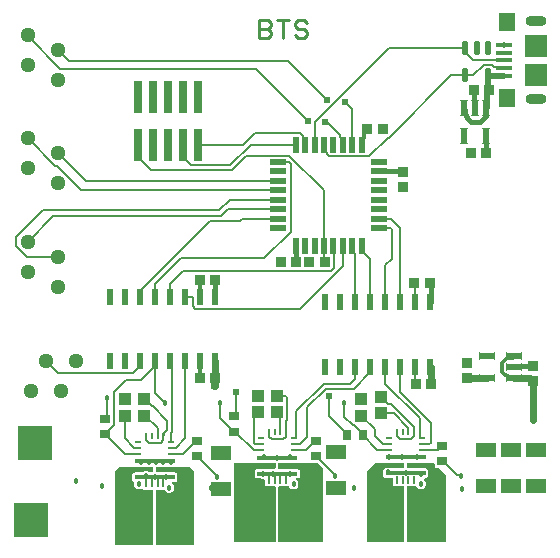
<source format=gtl>
G04*
G04 #@! TF.GenerationSoftware,Altium Limited,Altium Designer,21.9.2 (33)*
G04*
G04 Layer_Physical_Order=1*
G04 Layer_Color=255*
%FSLAX23Y23*%
%MOIN*%
G70*
G04*
G04 #@! TF.SameCoordinates,057B0E17-ACE6-4E06-8752-021C102DDC49*
G04*
G04*
G04 #@! TF.FilePolarity,Positive*
G04*
G01*
G75*
%ADD10C,0.008*%
%ADD14C,0.010*%
%ADD15R,0.021X0.058*%
%ADD16R,0.020X0.053*%
%ADD17R,0.053X0.020*%
G04:AMPARAMS|DCode=18|XSize=56mil|YSize=23mil|CornerRadius=3mil|HoleSize=0mil|Usage=FLASHONLY|Rotation=180.000|XOffset=0mil|YOffset=0mil|HoleType=Round|Shape=RoundedRectangle|*
%AMROUNDEDRECTD18*
21,1,0.056,0.017,0,0,180.0*
21,1,0.050,0.023,0,0,180.0*
1,1,0.006,-0.025,0.009*
1,1,0.006,0.025,0.009*
1,1,0.006,0.025,-0.009*
1,1,0.006,-0.025,-0.009*
%
%ADD18ROUNDEDRECTD18*%
G04:AMPARAMS|DCode=19|XSize=56mil|YSize=23mil|CornerRadius=3mil|HoleSize=0mil|Usage=FLASHONLY|Rotation=270.000|XOffset=0mil|YOffset=0mil|HoleType=Round|Shape=RoundedRectangle|*
%AMROUNDEDRECTD19*
21,1,0.056,0.017,0,0,270.0*
21,1,0.050,0.023,0,0,270.0*
1,1,0.006,-0.009,-0.025*
1,1,0.006,-0.009,0.025*
1,1,0.006,0.009,0.025*
1,1,0.006,0.009,-0.025*
%
%ADD19ROUNDEDRECTD19*%
%ADD20R,0.062X0.016*%
%ADD21R,0.134X0.016*%
%ADD22R,0.024X0.010*%
%ADD23R,0.010X0.024*%
%ADD24R,0.079X0.012*%
%ADD25R,0.043X0.039*%
%ADD26R,0.033X0.030*%
%ADD27R,0.030X0.033*%
%ADD28R,0.118X0.118*%
%ADD29R,0.075X0.075*%
%ADD30R,0.055X0.063*%
%ADD31R,0.053X0.016*%
%ADD32R,0.029X0.110*%
G04:AMPARAMS|DCode=33|XSize=49mil|YSize=22mil|CornerRadius=5mil|HoleSize=0mil|Usage=FLASHONLY|Rotation=270.000|XOffset=0mil|YOffset=0mil|HoleType=Round|Shape=RoundedRectangle|*
%AMROUNDEDRECTD33*
21,1,0.049,0.011,0,0,270.0*
21,1,0.038,0.022,0,0,270.0*
1,1,0.011,-0.005,-0.019*
1,1,0.011,-0.005,0.019*
1,1,0.011,0.005,0.019*
1,1,0.011,0.005,-0.019*
%
%ADD33ROUNDEDRECTD33*%
%ADD34R,0.035X0.033*%
%ADD35R,0.033X0.035*%
%ADD36R,0.071X0.045*%
%ADD37R,0.134X0.016*%
%ADD38R,0.010X0.028*%
%ADD60C,0.051*%
%ADD63C,0.024*%
%ADD64C,0.012*%
%ADD65C,0.016*%
%ADD66C,0.020*%
%ADD67C,0.024*%
%ADD68O,0.071X0.035*%
%ADD69C,0.020*%
%ADD70C,0.018*%
G36*
X500Y272D02*
X487D01*
X486Y273D01*
X480Y276D01*
X473D01*
X467Y273D01*
X466Y272D01*
X439D01*
X436Y271D01*
X433Y269D01*
X432Y267D01*
X431Y264D01*
Y248D01*
X432Y245D01*
X433Y242D01*
X436Y241D01*
X437Y235D01*
X437Y235D01*
Y228D01*
X440Y222D01*
X444Y217D01*
X450Y215D01*
X457D01*
X463Y217D01*
X465Y217D01*
X466Y216D01*
X468Y214D01*
X471Y213D01*
X481D01*
X484Y214D01*
X486Y215D01*
X488Y214D01*
X491Y213D01*
X500D01*
Y31D01*
X374D01*
Y276D01*
X390Y291D01*
X500D01*
Y272D01*
D02*
G37*
G36*
X638Y276D02*
Y31D01*
X512D01*
Y213D01*
X521D01*
X524Y214D01*
X526Y215D01*
X527Y214D01*
X531Y213D01*
X540D01*
X541Y211D01*
X546Y206D01*
X552Y204D01*
X558D01*
X565Y206D01*
X569Y211D01*
X572Y217D01*
Y224D01*
X569Y230D01*
X565Y235D01*
X564Y235D01*
X565Y240D01*
X573D01*
X576Y241D01*
X579Y242D01*
X580Y245D01*
X581Y248D01*
Y264D01*
X580Y267D01*
X579Y269D01*
X576Y271D01*
X573Y272D01*
X549D01*
X547Y273D01*
X540D01*
X538Y272D01*
X512D01*
Y291D01*
X622D01*
X638Y276D01*
D02*
G37*
G36*
X909Y288D02*
X905Y284D01*
X898D01*
X896Y284D01*
X871D01*
X869Y284D01*
X863D01*
X861Y284D01*
X848D01*
X845Y283D01*
X843Y281D01*
X841Y279D01*
X840Y276D01*
Y260D01*
X841Y257D01*
X843Y254D01*
X845Y252D01*
X848Y252D01*
X861D01*
X863Y251D01*
X869D01*
X873Y247D01*
Y233D01*
X873Y230D01*
X875Y228D01*
X878Y226D01*
X881Y225D01*
X891D01*
X894Y226D01*
X896Y227D01*
X898Y226D01*
X901Y225D01*
X905D01*
X906Y225D01*
X909Y223D01*
Y39D01*
X772D01*
Y303D01*
X909D01*
Y288D01*
D02*
G37*
G36*
X1019Y302D02*
X1051D01*
X1067Y286D01*
Y251D01*
Y190D01*
Y39D01*
X917D01*
Y223D01*
X920Y225D01*
X930D01*
X933Y226D01*
X935Y227D01*
X937Y226D01*
X940Y225D01*
X950D01*
X953Y226D01*
X953Y226D01*
X954Y223D01*
X959Y218D01*
X965Y216D01*
X972D01*
X978Y218D01*
X983Y223D01*
X985Y229D01*
Y236D01*
X983Y242D01*
X978Y246D01*
X977Y247D01*
X978Y252D01*
X982D01*
X985Y252D01*
X988Y254D01*
X990Y257D01*
X990Y260D01*
Y276D01*
X990Y279D01*
X988Y281D01*
X985Y283D01*
X982Y284D01*
X962D01*
X960Y284D01*
X953D01*
X951Y284D01*
X918D01*
Y303D01*
X1019D01*
Y302D01*
D02*
G37*
G36*
X1338Y285D02*
X1334Y285D01*
X1294D01*
X1293Y286D01*
X1287Y288D01*
X1280D01*
X1274Y286D01*
X1271Y283D01*
X1270Y282D01*
X1268Y280D01*
X1268Y277D01*
X1267Y275D01*
Y268D01*
X1268Y266D01*
Y261D01*
X1268Y258D01*
X1270Y255D01*
X1273Y253D01*
X1276Y253D01*
X1300D01*
Y234D01*
X1301Y231D01*
X1302Y229D01*
X1305Y227D01*
X1308Y226D01*
X1318D01*
X1321Y227D01*
X1323Y228D01*
X1325Y227D01*
X1328Y226D01*
X1334D01*
X1338Y226D01*
X1338Y221D01*
Y39D01*
X1213D01*
Y276D01*
X1240Y303D01*
X1338D01*
Y285D01*
D02*
G37*
G36*
X1437Y303D02*
X1440Y300D01*
Y286D01*
X1454D01*
X1476Y264D01*
Y39D01*
X1346D01*
Y225D01*
X1347Y226D01*
X1357D01*
X1360Y227D01*
X1362Y228D01*
X1364Y227D01*
X1367Y226D01*
X1377D01*
X1378Y226D01*
X1380Y223D01*
X1384Y218D01*
X1390Y216D01*
X1397D01*
X1403Y218D01*
X1408Y223D01*
X1410Y229D01*
Y236D01*
X1408Y242D01*
X1405Y245D01*
X1404Y250D01*
X1405Y251D01*
X1406Y253D01*
X1409D01*
X1413Y253D01*
X1415Y255D01*
X1417Y258D01*
X1417Y261D01*
Y277D01*
X1417Y280D01*
X1415Y282D01*
X1413Y284D01*
X1409Y285D01*
X1348D01*
X1346Y285D01*
Y303D01*
X1437D01*
Y303D01*
D02*
G37*
D10*
X1262Y524D02*
X1285Y500D01*
X1287Y1388D02*
X1495Y1595D01*
X1073Y1439D02*
X1076Y1436D01*
X1084D02*
X1124Y1396D01*
X1076Y1436D02*
X1084D01*
X1124Y1391D02*
X1134Y1381D01*
X1124Y1391D02*
Y1396D01*
X1134Y1364D02*
Y1381D01*
X83Y1727D02*
Y1730D01*
X192Y1617D02*
X843D01*
X949Y1642D02*
X1079Y1512D01*
X221Y1642D02*
X949D01*
X842Y1403D02*
X991D01*
X651Y1362D02*
X802D01*
X991Y1403D02*
X1002Y1392D01*
Y1370D02*
X1008Y1364D01*
X1002Y1370D02*
Y1392D01*
X802Y1362D02*
X842Y1403D01*
X826Y1364D02*
X976D01*
X601Y1322D02*
Y1362D01*
Y1322D02*
X628Y1295D01*
X757D02*
X826Y1364D01*
X628Y1295D02*
X757D01*
X451Y1322D02*
X493Y1280D01*
X764D02*
X812Y1328D01*
X493Y1280D02*
X764D01*
X812Y1328D02*
X955D01*
X1071Y974D02*
Y1212D01*
X451Y1322D02*
Y1362D01*
X955Y1328D02*
X1071Y1212D01*
X276Y1244D02*
X917D01*
X183Y1337D02*
X276Y1244D01*
X1248Y346D02*
X1287D01*
X1199Y396D02*
X1248Y346D01*
X1199Y398D02*
Y400D01*
X1138Y458D02*
Y504D01*
Y458D02*
X1166Y429D01*
X1169D01*
X1199Y400D01*
X1087Y461D02*
X1148Y400D01*
Y398D02*
Y400D01*
X1087Y461D02*
Y528D01*
X925Y406D02*
Y461D01*
X913Y472D02*
X925Y461D01*
X913Y528D02*
X942D01*
X947Y523D01*
Y448D02*
Y523D01*
X945Y446D02*
X947Y448D01*
X945Y406D02*
Y446D01*
X837Y370D02*
X841Y365D01*
X837Y459D02*
X850Y472D01*
X837Y370D02*
Y459D01*
X841Y365D02*
X860D01*
X724Y453D02*
X770Y407D01*
X724Y453D02*
Y504D01*
X506Y537D02*
Y625D01*
Y537D02*
X539Y504D01*
X460Y580D02*
X506Y625D01*
X472Y461D02*
X474D01*
X516Y419D01*
Y394D02*
Y419D01*
X474Y516D02*
X498Y492D01*
X535Y394D02*
X536Y395D01*
Y402D01*
X548Y413D01*
X498Y492D02*
X499D01*
X548Y444D01*
Y413D02*
Y444D01*
X406Y385D02*
Y461D01*
Y385D02*
X436Y354D01*
X450D01*
X451Y353D01*
X411Y580D02*
X460D01*
X372Y540D02*
X411Y580D01*
X341Y400D02*
X372Y431D01*
X561Y404D02*
X563Y406D01*
Y618D01*
X556Y625D02*
Y644D01*
X534Y379D02*
Y394D01*
X506Y625D02*
Y644D01*
X1077Y551D02*
X1170D01*
X1015Y390D02*
Y489D01*
X1077Y551D01*
X978Y386D02*
Y475D01*
X1070Y567D02*
X1157D01*
X978Y475D02*
X1070Y567D01*
X372Y431D02*
Y540D01*
X339Y400D02*
X341D01*
X185Y603D02*
X434D01*
X456Y625D01*
Y644D01*
X144Y643D02*
X185Y603D01*
X690Y1110D02*
X789D01*
X796Y1117D02*
X918D01*
X456Y877D02*
X690Y1110D01*
X789D02*
X796Y1117D01*
X456Y858D02*
Y877D01*
X1375Y570D02*
Y623D01*
X1373Y840D02*
Y900D01*
X45Y1056D02*
X135Y1146D01*
X756Y1181D02*
X917D01*
X135Y1146D02*
X720D01*
X756Y1181D01*
X83Y1041D02*
X168Y1126D01*
X752Y1150D02*
X917D01*
X168Y1126D02*
X728D01*
X752Y1150D01*
X80Y991D02*
X183D01*
X45Y1025D02*
X80Y991D01*
X45Y1025D02*
Y1056D01*
X917Y1181D02*
X918Y1180D01*
X917Y1150D02*
X918Y1149D01*
X1071Y974D02*
X1073Y972D01*
X1287Y1686D02*
X1542D01*
X1039Y1439D02*
X1287Y1686D01*
X1039Y1364D02*
Y1439D01*
X1542Y1673D02*
Y1686D01*
Y1673D02*
X1568Y1647D01*
X1669D01*
X1670Y1646D01*
X1495Y1595D02*
X1568D01*
X1283Y1388D02*
X1287D01*
X1071Y1347D02*
X1081Y1337D01*
X1088Y1325D02*
X1221D01*
X1071Y1347D02*
Y1364D01*
X1221Y1325D02*
X1283Y1388D01*
X1081Y1332D02*
Y1337D01*
Y1332D02*
X1088Y1325D01*
X1568Y1595D02*
X1604Y1631D01*
X1629D01*
X1636Y1624D01*
X1666D01*
X1670Y1620D01*
X1398Y366D02*
X1421D01*
X1371Y401D02*
Y424D01*
X1391Y386D02*
X1398D01*
X1390Y387D02*
X1391Y386D01*
X1390Y387D02*
Y452D01*
X1267Y366D02*
X1287D01*
X1351Y407D02*
X1352Y406D01*
X1398Y346D02*
X1449D01*
X1371Y401D02*
X1371Y401D01*
X1313Y406D02*
X1314Y406D01*
Y392D02*
Y406D01*
Y392D02*
X1323Y383D01*
X1362D01*
X1371Y392D01*
Y401D01*
X1371Y401D01*
X1274Y567D02*
X1390Y452D01*
X1274Y567D02*
Y624D01*
X1324Y539D02*
Y624D01*
X1285Y500D02*
X1295D01*
X1195Y461D02*
X1239Y417D01*
X1260Y469D02*
X1304D01*
X1421Y366D02*
X1426Y371D01*
Y438D01*
X1324Y539D02*
X1426Y438D01*
X1449Y346D02*
X1463Y360D01*
X1465D01*
X1304Y469D02*
X1351Y421D01*
Y407D02*
Y421D01*
X1239Y394D02*
X1267Y366D01*
X1239Y394D02*
Y417D01*
X1193Y461D02*
X1195D01*
X1295Y500D02*
X1371Y424D01*
X1260Y524D02*
X1262D01*
X1324Y839D02*
Y1087D01*
X1293Y1118D02*
X1324Y1087D01*
X1256Y1118D02*
X1293D01*
X1173Y623D02*
X1174Y624D01*
X1173Y583D02*
Y623D01*
X1157Y567D02*
X1173Y583D01*
X1291Y1087D02*
X1296Y1082D01*
X1224Y839D02*
Y983D01*
X1197Y1011D02*
X1224Y983D01*
X1174Y839D02*
Y1002D01*
X1165Y1011D02*
X1174Y1002D01*
X1170Y551D02*
X1224Y606D01*
Y624D01*
X1296Y984D02*
Y1082D01*
X1274Y839D02*
Y962D01*
X1296Y984D01*
X1165Y1011D02*
Y1028D01*
X1197Y1011D02*
Y1028D01*
X989Y365D02*
X1015Y390D01*
X970Y365D02*
X989D01*
X1256Y1087D02*
X1291D01*
X1255Y1086D02*
X1256Y1087D01*
X977Y385D02*
X978Y386D01*
X970Y385D02*
X977D01*
X1255Y1117D02*
X1256Y1118D01*
X183Y1680D02*
X221Y1642D01*
X556Y899D02*
X600Y943D01*
X847D02*
X847Y943D01*
X1094D01*
X1102Y1028D02*
X1103Y1027D01*
X600Y943D02*
X847D01*
X606Y858D02*
X629D01*
X634Y825D02*
Y853D01*
X641Y818D02*
X992D01*
X629Y858D02*
X634Y853D01*
X992Y818D02*
X1134Y960D01*
Y1028D01*
X634Y825D02*
X641Y818D01*
X1103Y952D02*
Y1027D01*
X1094Y943D02*
X1103Y952D01*
X556Y858D02*
Y899D01*
X959Y1073D02*
Y1301D01*
X872Y986D02*
X959Y1073D01*
X506Y899D02*
X593Y986D01*
X260Y1213D02*
X917D01*
X918Y1212D01*
X83Y1385D02*
Y1387D01*
Y1385D02*
X175Y1292D01*
X181D01*
X260Y1213D01*
X1142Y1508D02*
X1165Y1484D01*
Y1364D02*
Y1484D01*
X918Y1306D02*
X954D01*
X959Y1301D01*
X593Y986D02*
X872D01*
X506Y858D02*
Y899D01*
X917Y1244D02*
X918Y1243D01*
X83Y1727D02*
X192Y1617D01*
X843D02*
X1016Y1444D01*
X1526Y262D02*
X1528Y260D01*
X1465Y309D02*
X1467D01*
X1514Y262D02*
X1526D01*
X1467Y309D02*
X1514Y262D01*
X711Y258D02*
X713Y256D01*
X646Y325D02*
X648D01*
X711Y262D01*
Y258D02*
Y262D01*
X644Y376D02*
X646D01*
X601Y334D02*
X644Y376D01*
X561Y334D02*
X601D01*
X1104Y262D02*
X1106Y260D01*
X1045Y325D02*
X1104Y266D01*
Y262D02*
Y266D01*
X1041Y376D02*
X1043D01*
X1011Y345D02*
X1041Y376D01*
X970Y345D02*
X1011D01*
X1043Y325D02*
X1045D01*
X477Y379D02*
X486Y370D01*
X477Y379D02*
Y393D01*
X486Y370D02*
X526D01*
X476Y394D02*
X477Y393D01*
X886Y406D02*
X887Y405D01*
X944Y391D02*
Y406D01*
X896Y382D02*
X935D01*
X944Y391D01*
X341Y400D02*
X406Y334D01*
X451D01*
X339Y451D02*
X346Y459D01*
Y520D01*
X526Y370D02*
X534Y379D01*
X561Y373D02*
Y404D01*
X576Y354D02*
X606Y385D01*
Y644D01*
X562Y354D02*
X576D01*
X561Y353D02*
X562Y354D01*
X556Y625D02*
X563Y618D01*
X772Y459D02*
X776Y463D01*
Y539D01*
X770Y407D02*
X774D01*
X836Y345D01*
X860D01*
X887Y391D02*
Y405D01*
Y391D02*
X896Y382D01*
X913Y528D02*
X915D01*
D14*
X853Y1779D02*
Y1719D01*
X883D01*
X893Y1729D01*
Y1739D01*
X883Y1749D01*
X853D01*
X883D01*
X893Y1759D01*
Y1769D01*
X883Y1779D01*
X853D01*
X913D02*
X953D01*
X933D01*
Y1719D01*
X1013Y1769D02*
X1003Y1779D01*
X983D01*
X973Y1769D01*
Y1759D01*
X983Y1749D01*
X1003D01*
X1013Y1739D01*
Y1729D01*
X1003Y1719D01*
X983D01*
X973Y1729D01*
D15*
X1424Y624D02*
D03*
X1374D02*
D03*
X1324D02*
D03*
X1274D02*
D03*
X1224D02*
D03*
X1174D02*
D03*
X1124D02*
D03*
X1074D02*
D03*
Y839D02*
D03*
X1124D02*
D03*
X1174D02*
D03*
X1224D02*
D03*
X1274D02*
D03*
X1324D02*
D03*
X1374D02*
D03*
X1424D02*
D03*
X706Y644D02*
D03*
X656D02*
D03*
X606D02*
D03*
X556D02*
D03*
X506D02*
D03*
X456D02*
D03*
X406D02*
D03*
X356D02*
D03*
Y858D02*
D03*
X406D02*
D03*
X456D02*
D03*
X506D02*
D03*
X556D02*
D03*
X606D02*
D03*
X656D02*
D03*
X706D02*
D03*
D16*
X976Y1028D02*
D03*
X1008D02*
D03*
X1039D02*
D03*
X1071D02*
D03*
X1102D02*
D03*
X1134D02*
D03*
X1165D02*
D03*
X1197D02*
D03*
Y1364D02*
D03*
X1165D02*
D03*
X1134D02*
D03*
X1102D02*
D03*
X1071D02*
D03*
X1039D02*
D03*
X1008D02*
D03*
X976D02*
D03*
D17*
X1255Y1086D02*
D03*
Y1117D02*
D03*
Y1149D02*
D03*
Y1180D02*
D03*
Y1212D02*
D03*
Y1243D02*
D03*
Y1275D02*
D03*
Y1306D02*
D03*
X918D02*
D03*
Y1275D02*
D03*
Y1243D02*
D03*
Y1212D02*
D03*
Y1180D02*
D03*
Y1149D02*
D03*
Y1117D02*
D03*
Y1086D02*
D03*
D18*
X1705Y585D02*
D03*
Y623D02*
D03*
Y660D02*
D03*
X1615Y585D02*
D03*
Y660D02*
D03*
D19*
X1612Y1485D02*
D03*
X1575D02*
D03*
X1537D02*
D03*
X1612Y1394D02*
D03*
X1537D02*
D03*
D20*
X1378Y296D02*
D03*
X1307D02*
D03*
X951Y295D02*
D03*
X879D02*
D03*
X542Y283D02*
D03*
X470D02*
D03*
D21*
X1343Y322D02*
D03*
X915Y321D02*
D03*
X506Y309D02*
D03*
D22*
X1287Y346D02*
D03*
Y386D02*
D03*
Y366D02*
D03*
X1398Y386D02*
D03*
Y366D02*
D03*
Y346D02*
D03*
X860Y345D02*
D03*
Y385D02*
D03*
Y365D02*
D03*
X970Y385D02*
D03*
Y365D02*
D03*
Y345D02*
D03*
X451Y334D02*
D03*
Y373D02*
D03*
Y353D02*
D03*
X561Y373D02*
D03*
Y353D02*
D03*
Y334D02*
D03*
D23*
X1333Y406D02*
D03*
X1352D02*
D03*
X1372D02*
D03*
X1313D02*
D03*
X906Y406D02*
D03*
X925D02*
D03*
X945D02*
D03*
X886D02*
D03*
X496Y394D02*
D03*
X516D02*
D03*
X535D02*
D03*
X476D02*
D03*
D24*
X1343Y269D02*
D03*
X915Y268D02*
D03*
X506Y256D02*
D03*
D25*
X406Y516D02*
D03*
Y461D02*
D03*
X472Y516D02*
D03*
Y461D02*
D03*
X913Y528D02*
D03*
Y472D02*
D03*
X850Y528D02*
D03*
Y472D02*
D03*
X1260Y524D02*
D03*
Y469D02*
D03*
X1193Y516D02*
D03*
Y461D02*
D03*
D26*
X339Y451D02*
D03*
Y400D02*
D03*
X646Y325D02*
D03*
Y376D02*
D03*
X772Y459D02*
D03*
Y407D02*
D03*
X1043Y325D02*
D03*
Y376D02*
D03*
X1465Y309D02*
D03*
Y360D02*
D03*
D27*
X1148Y398D02*
D03*
X1199D02*
D03*
D28*
X94Y114D02*
D03*
X575Y94D02*
D03*
X106Y370D02*
D03*
X437Y94D02*
D03*
X1004Y98D02*
D03*
X831D02*
D03*
X1413Y102D02*
D03*
X1276D02*
D03*
D29*
X1776Y1598D02*
D03*
Y1693D02*
D03*
D30*
X1679Y1772D02*
D03*
Y1520D02*
D03*
D31*
X1670Y1697D02*
D03*
Y1671D02*
D03*
Y1646D02*
D03*
Y1620D02*
D03*
Y1594D02*
D03*
D32*
X601Y1362D02*
D03*
Y1522D02*
D03*
X651Y1362D02*
D03*
Y1522D02*
D03*
X451Y1362D02*
D03*
Y1522D02*
D03*
X501Y1362D02*
D03*
Y1522D02*
D03*
X551Y1362D02*
D03*
Y1522D02*
D03*
D33*
X1617Y1686D02*
D03*
X1579D02*
D03*
X1542D02*
D03*
Y1595D02*
D03*
X1617D02*
D03*
D34*
X1335Y1222D02*
D03*
Y1274D02*
D03*
X1546Y636D02*
D03*
Y585D02*
D03*
X1766Y628D02*
D03*
Y577D02*
D03*
D35*
X1073Y972D02*
D03*
X1022D02*
D03*
X1561Y1337D02*
D03*
X1612D02*
D03*
X1569Y1546D02*
D03*
X1620D02*
D03*
X1427Y567D02*
D03*
X1376D02*
D03*
X1372Y902D02*
D03*
X1423D02*
D03*
X1215Y1417D02*
D03*
X1266D02*
D03*
X707Y587D02*
D03*
X656D02*
D03*
X656Y913D02*
D03*
X707D02*
D03*
X927Y972D02*
D03*
X978D02*
D03*
D36*
X728Y217D02*
D03*
Y335D02*
D03*
X1776Y228D02*
D03*
Y346D02*
D03*
X1610Y228D02*
D03*
Y346D02*
D03*
X1693Y228D02*
D03*
Y346D02*
D03*
X1110Y220D02*
D03*
Y339D02*
D03*
D37*
X1343Y269D02*
D03*
X915Y268D02*
D03*
X506Y256D02*
D03*
D38*
X1313Y248D02*
D03*
X1372D02*
D03*
X1333D02*
D03*
X1352D02*
D03*
X886Y247D02*
D03*
X945D02*
D03*
X906D02*
D03*
X925D02*
D03*
X476Y235D02*
D03*
X535D02*
D03*
X496D02*
D03*
X516D02*
D03*
D60*
X83Y1041D02*
D03*
X183Y991D02*
D03*
X83Y941D02*
D03*
X183Y891D02*
D03*
X83Y1387D02*
D03*
X183Y1337D02*
D03*
X83Y1287D02*
D03*
X183Y1237D02*
D03*
X83Y1730D02*
D03*
X183Y1680D02*
D03*
X83Y1630D02*
D03*
X183Y1580D02*
D03*
X244Y643D02*
D03*
X194Y543D02*
D03*
X144Y643D02*
D03*
X94Y543D02*
D03*
D63*
X1073Y1439D02*
D03*
X1016Y1444D02*
D03*
X1079Y1512D02*
D03*
X1087Y528D02*
D03*
X1426Y568D02*
D03*
X1546Y585D02*
D03*
X146Y339D02*
D03*
X71Y374D02*
D03*
X146Y378D02*
D03*
X142Y409D02*
D03*
X71D02*
D03*
X106D02*
D03*
X1142Y1508D02*
D03*
X776Y539D02*
D03*
X705Y559D02*
D03*
X71Y335D02*
D03*
X110D02*
D03*
X106Y370D02*
D03*
D64*
X1375Y570D02*
X1378Y567D01*
X1374Y624D02*
X1375Y623D01*
X1373Y840D02*
X1374Y839D01*
X1372Y902D02*
X1373Y900D01*
X656Y587D02*
X656Y587D01*
Y643D02*
X656Y644D01*
X656Y587D02*
Y643D01*
X656Y859D02*
Y913D01*
X656Y913D02*
X656Y913D01*
Y859D02*
X656Y858D01*
X1700Y654D02*
X1705Y660D01*
X1680Y654D02*
X1700D01*
X1663Y638D02*
X1680Y654D01*
X1663Y607D02*
Y638D01*
Y607D02*
X1673Y597D01*
X1676D01*
X1689Y585D01*
X1705D01*
X1197Y1364D02*
Y1381D01*
X1204Y1388D01*
Y1406D01*
X1215Y1417D01*
X1670Y1697D02*
X1670Y1697D01*
X1679Y1520D02*
X1679Y1520D01*
D65*
X1609Y1459D02*
Y1481D01*
X1612Y1337D02*
Y1394D01*
X1537Y1485D02*
X1541Y1481D01*
Y1465D02*
Y1481D01*
Y1465D02*
X1548Y1458D01*
X1609Y1481D02*
X1612Y1485D01*
X1591Y1441D02*
X1609Y1459D01*
X1548Y1452D02*
Y1458D01*
X1559Y1441D02*
X1591D01*
X1548Y1452D02*
X1559Y1441D01*
X1425Y906D02*
X1426Y905D01*
Y840D02*
Y905D01*
X1424Y839D02*
X1426Y840D01*
X977Y973D02*
X978Y972D01*
X977Y973D02*
Y1027D01*
X976Y1028D02*
X977Y1027D01*
X1255Y1275D02*
X1334D01*
X1335Y1274D01*
X978Y970D02*
Y972D01*
Y970D02*
X979Y969D01*
X1569Y1546D02*
X1572Y1543D01*
Y1488D02*
Y1543D01*
Y1488D02*
X1575Y1485D01*
X706Y913D02*
X707Y913D01*
X706Y858D02*
Y913D01*
X706Y858D02*
X706Y858D01*
X1425Y906D02*
X1427D01*
X1763Y626D02*
X1766Y628D01*
X1708Y626D02*
X1763D01*
X1705Y623D02*
X1708Y626D01*
X978Y969D02*
X979Y969D01*
D66*
X1617Y1595D02*
X1618Y1594D01*
Y1548D02*
Y1594D01*
Y1548D02*
X1620Y1546D01*
X1612Y1485D02*
X1614Y1486D01*
Y1540D02*
X1620Y1546D01*
X1614Y1486D02*
Y1540D01*
X1617Y1594D02*
X1670D01*
X1617Y1595D02*
X1617Y1594D01*
D67*
X1758Y585D02*
X1760Y582D01*
X1766Y446D02*
X1768Y445D01*
X1766Y446D02*
Y577D01*
X1706Y585D02*
X1758D01*
X1761Y582D02*
X1766Y577D01*
X1760Y582D02*
X1761D01*
X1705Y585D02*
X1706Y585D01*
X1426Y568D02*
Y623D01*
X1546Y585D02*
X1615D01*
X1424Y624D02*
X1426Y623D01*
Y568D02*
X1427Y567D01*
X706Y560D02*
Y585D01*
X706Y585D01*
X705Y559D02*
X706Y560D01*
X706Y585D02*
Y644D01*
X706Y644D02*
X706Y644D01*
D68*
X1776Y1776D02*
D03*
Y1516D02*
D03*
D69*
Y1776D02*
D03*
Y1516D02*
D03*
D70*
X651Y1522D02*
D03*
X451D02*
D03*
X601D02*
D03*
X551D02*
D03*
X1138Y504D02*
D03*
X724D02*
D03*
X539D02*
D03*
X474Y516D02*
D03*
X1579Y1686D02*
D03*
X1283Y272D02*
D03*
X1378Y567D02*
D03*
X1287Y323D02*
D03*
X1331D02*
D03*
X1382D02*
D03*
X1075Y854D02*
D03*
X1074Y624D02*
D03*
X938Y1087D02*
D03*
X1335Y1274D02*
D03*
X1275Y1244D02*
D03*
X1335Y1222D02*
D03*
X1022Y972D02*
D03*
X1670Y1697D02*
D03*
X1776Y1693D02*
D03*
Y1598D02*
D03*
X1610Y228D02*
D03*
Y346D02*
D03*
X693Y220D02*
D03*
X555D02*
D03*
X1394Y232D02*
D03*
X969D02*
D03*
X454Y232D02*
D03*
X331Y228D02*
D03*
X356Y644D02*
D03*
X1528Y260D02*
D03*
X1169Y220D02*
D03*
X728Y217D02*
D03*
X957Y323D02*
D03*
X915Y321D02*
D03*
X870Y323D02*
D03*
X728Y335D02*
D03*
X134Y71D02*
D03*
X98D02*
D03*
X55D02*
D03*
X130Y98D02*
D03*
X94D02*
D03*
X130Y130D02*
D03*
X87D02*
D03*
X130Y157D02*
D03*
X87D02*
D03*
X51D02*
D03*
X55Y98D02*
D03*
X713Y256D02*
D03*
X1106Y260D02*
D03*
X656Y587D02*
D03*
X1193Y516D02*
D03*
X914Y528D02*
D03*
X850D02*
D03*
X1260Y524D02*
D03*
X1766Y628D02*
D03*
X1546Y636D02*
D03*
X1275Y1307D02*
D03*
X1679Y1520D02*
D03*
X1679Y1772D02*
D03*
X1569Y1546D02*
D03*
X1215Y1417D02*
D03*
X1266D02*
D03*
X1561Y1337D02*
D03*
X1612D02*
D03*
X1423Y902D02*
D03*
X1372D02*
D03*
X978Y972D02*
D03*
X927D02*
D03*
X656Y913D02*
D03*
X707D02*
D03*
X354Y866D02*
D03*
X957Y268D02*
D03*
X902D02*
D03*
X866D02*
D03*
X506Y256D02*
D03*
X543D02*
D03*
X1768Y445D02*
D03*
X1394Y268D02*
D03*
X1343Y269D02*
D03*
X1110Y339D02*
D03*
Y220D02*
D03*
X1531Y217D02*
D03*
X1693Y354D02*
D03*
X1693Y228D02*
D03*
X1776D02*
D03*
Y346D02*
D03*
X55Y126D02*
D03*
X406Y516D02*
D03*
X535Y308D02*
D03*
X559D02*
D03*
X512D02*
D03*
X488D02*
D03*
X461D02*
D03*
X346Y520D02*
D03*
X476Y259D02*
D03*
X244Y244D02*
D03*
M02*

</source>
